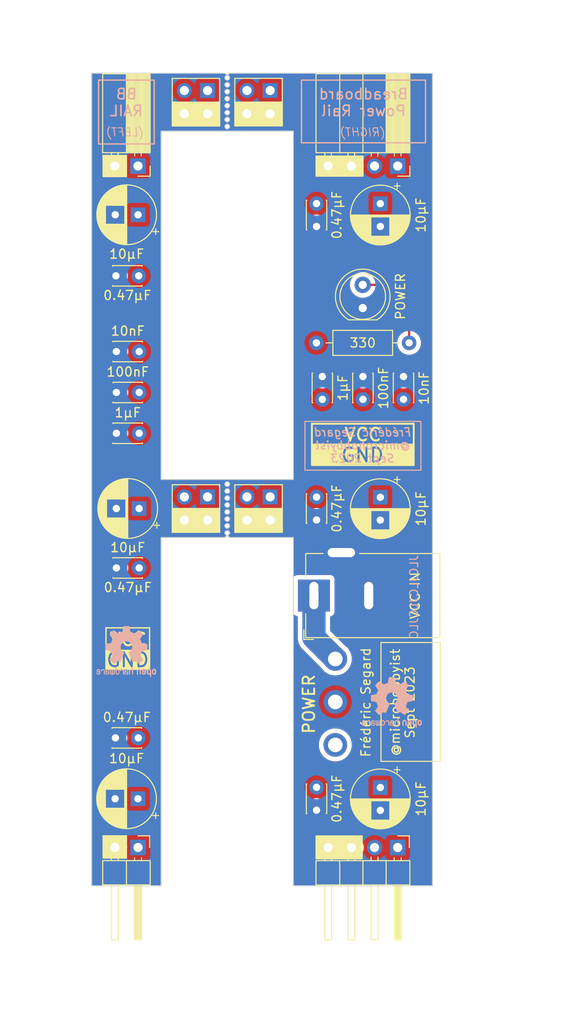
<source format=kicad_pcb>
(kicad_pcb (version 20221018) (generator pcbnew)
  (layers (0 "F.Cu" signal) (31 "B.Cu" signal) (34 "B.Paste" user) (35 "F.Paste" user) (36 "B.SilkS" user "B.Silkscreen") (37 "F.SilkS" user "F.Silkscreen") (38 "B.Mask" user) (39 "F.Mask" user) (44 "Edge.Cuts" user))
  (net 0 "")
  (net 1 "VCC")
  (net 2 "GND")
  (net 3 "Net-(D1-A)")
  (net 5 "/Vin")
  (footprint "Capacitor_THT:CP_Radial_D6.3mm_P2.50mm" (layer "F.Cu") (at 161.925 68.25 -90)
    (fp_text reference "C2" hide)
    (fp_text value "10µF" (at 1.25 -4.445 90) (layer "F.SilkS"))
    (pad "1" thru_hole rect (at 0 0 270) (size 1.6 1.6) (drill 0.8) (layers "*.Cu" "*.Mask") (net 1 "VCC"))
    (pad "2" thru_hole circle (at 2.5 0 270) (size 1.6 1.6) (drill 0.8) (layers "*.Cu" "*.Mask") (net 2 "GND"))
  )
  (footprint "Capacitor_THT:CP_Radial_D6.3mm_P2.50mm" (layer "F.Cu") (at 135.3928 69.469 180)
    (fp_text reference "C10" hide)
    (fp_text value "10µF" (at 1.25 -4.2926) (layer "F.SilkS"))
    (pad "1" thru_hole rect (at 0 0 180) (size 1.6 1.6) (drill 0.8) (layers "*.Cu" "*.Mask") (net 1 "VCC"))
    (pad "2" thru_hole circle (at 2.5 0 180) (size 1.6 1.6) (drill 0.8) (layers "*.Cu" "*.Mask") (net 2 "GND"))
  )
  (footprint "0_Library:Microswitch_4.7mm_spacing" (layer "F.Cu") (at 156.9954 122.7582 -90)
    (fp_text reference "SW1" hide)
    (fp_text value "POWER" (at 0.2413 2.8936 90 unlocked) (layer "F.SilkS") (effects (font (size 1.27 1.27) (thickness 0.2032))))
    (pad "1" thru_hole circle (at -4.7 0 270) (size 2.6 2.6) (drill 1.6) (layers "*.Cu" "*.Mask") (net 5 "/Vin"))
    (pad "2" thru_hole circle (at 0 0 270) (size 2.6 2.6) (drill 1.6) (layers "*.Cu" "*.Mask") (net 1 "VCC"))
    (pad "3" thru_hole circle (at 4.7 0 270) (size 2.6 2.6) (drill 1.6) (layers "*.Cu" "*.Mask"))
  )
  (footprint "Capacitor_THT:C_Disc_D3.0mm_W2.0mm_P2.50mm" (layer "F.Cu") (at 135.5144 108.1024 180)
    (fp_text reference "C14" hide)
    (fp_text value "0.47µF" (at 1.25 -2.1336) (layer "F.SilkS"))
    (pad "1" thru_hole circle (at 0 0 180) (size 1.6 1.6) (drill 0.8) (layers "*.Cu" "*.Mask") (net 1 "VCC"))
    (pad "2" thru_hole circle (at 2.5 0 180) (size 1.6 1.6) (drill 0.8) (layers "*.Cu" "*.Mask") (net 2 "GND"))
  )
  (footprint "Connector_PinSocket_2.54mm:PinSocket_1x02_P2.54mm_Horizontal" (layer "F.Cu") (at 135.382 64.135 -90)
    (fp_text reference "J6" hide)
    (fp_text value "TOP" hide)
    (pad "1" thru_hole rect (at 0 0 270) (size 1.7 1.7) (drill 1) (layers "*.Cu" "*.Mask") (net 1 "VCC"))
    (pad "2" thru_hole oval (at 0 2.54 270) (size 1.7 1.7) (drill 1) (layers "*.Cu" "*.Mask") (net 2 "GND"))
  )
  (footprint "Connector_PinSocket_2.54mm:PinSocket_1x04_P2.54mm_Horizontal" (layer "F.Cu") (at 163.83 64.135 -90)
    (fp_text reference "J5" hide)
    (fp_text value "TOP" hide)
    (pad "1" thru_hole rect (at 0 0 270) (size 1.7 1.7) (drill 1) (layers "*.Cu" "*.Mask") (net 1 "VCC"))
    (pad "2" thru_hole oval (at 0 2.54 270) (size 1.7 1.7) (drill 1) (layers "*.Cu" "*.Mask") (net 1 "VCC"))
    (pad "3" thru_hole oval (at 0 5.08 270) (size 1.7 1.7) (drill 1) (layers "*.Cu" "*.Mask") (net 2 "GND"))
    (pad "4" thru_hole oval (at 0 7.62 270) (size 1.7 1.7) (drill 1) (layers "*.Cu" "*.Mask") (net 2 "GND"))
  )
  (footprint "Capacitor_THT:C_Disc_D3.0mm_W2.0mm_P2.50mm" (layer "F.Cu") (at 135.5144 84.4296 180)
    (fp_text reference "C18" hide)
    (fp_text value "10nF" (at 1.25 2.25) (layer "F.SilkS"))
    (pad "1" thru_hole circle (at 0 0 180) (size 1.6 1.6) (drill 0.8) (layers "*.Cu" "*.Mask") (net 1 "VCC"))
    (pad "2" thru_hole circle (at 2.5 0 180) (size 1.6 1.6) (drill 0.8) (layers "*.Cu" "*.Mask") (net 2 "GND"))
  )
  (footprint "Connector_PinHeader_2.54mm:PinHeader_1x02_P2.54mm_Horizontal" (layer "F.Cu") (at 135.387 138.6778 -90)
    (fp_text reference "J9" hide)
    (fp_text value "BOTTOM" hide)
    (pad "1" thru_hole rect (at 0 0 270) (size 1.7 1.7) (drill 1) (layers "*.Cu" "*.Mask") (net 1 "VCC"))
    (pad "2" thru_hole oval (at 0 2.54 270) (size 1.7 1.7) (drill 1) (layers "*.Cu" "*.Mask") (net 2 "GND"))
  )
  (footprint "Capacitor_THT:C_Disc_D3.0mm_W2.0mm_P2.50mm" (layer "F.Cu") (at 160.02 89.662 90)
    (fp_text reference "C7" hide)
    (fp_text value "100nF" (at 1.25 2.25 90) (layer "F.SilkS"))
    (pad "1" thru_hole circle (at 0 0 90) (size 1.6 1.6) (drill 0.8) (layers "*.Cu" "*.Mask") (net 1 "VCC"))
    (pad "2" thru_hole circle (at 2.5 0 90) (size 1.6 1.6) (drill 0.8) (layers "*.Cu" "*.Mask") (net 2 "GND"))
  )
  (footprint "0_Library:PinHeader_2x2_Vertical (Modified)" (layer "F.Cu") (at 149.86 55.875 -90)
    (fp_text reference "J3" hide)
    (fp_text value "SIDE1" hide)
    (pad "1" thru_hole rect (at 0 0 270) (size 1.635 1.635) (drill 1) (layers "*.Cu" "*.Mask") (net 1 "VCC"))
    (pad "2" thru_hole circle (at 2.54 0 270) (size 1.635 1.635) (drill 1) (layers "*.Cu" "*.Mask") (net 2 "GND"))
    (pad "3" thru_hole circle (at 0 2.54 270) (size 1.635 1.635) (drill 1) (layers "*.Cu" "*.Mask") (net 1 "VCC"))
    (pad "4" thru_hole circle (at 2.54 2.54 270) (size 1.635 1.635) (drill 1) (layers "*.Cu" "*.Mask") (net 2 "GND"))
  )
  (footprint "Capacitor_THT:C_Disc_D3.0mm_W2.0mm_P2.50mm" (layer "F.Cu") (at 135.5144 88.906 180)
    (fp_text reference "C17" hide)
    (fp_text value "100nF" (at 1.25 2.25) (layer "F.SilkS"))
    (pad "1" thru_hole circle (at 0 0 180) (size 1.6 1.6) (drill 0.8) (layers "*.Cu" "*.Mask") (net 1 "VCC"))
    (pad "2" thru_hole circle (at 2.5 0 180) (size 1.6 1.6) (drill 0.8) (layers "*.Cu" "*.Mask") (net 2 "GND"))
  )
  (footprint "Connector_PinHeader_2.54mm:PinHeader_1x04_P2.54mm_Horizontal" (layer "F.Cu") (at 163.83 138.684 -90)
    (fp_text reference "J4" hide)
    (fp_text value "BOTTOM" hide)
    (pad "1" thru_hole rect (at 0 0 270) (size 1.7 1.7) (drill 1) (layers "*.Cu" "*.Mask") (net 1 "VCC"))
    (pad "2" thru_hole oval (at 0 2.54 270) (size 1.7 1.7) (drill 1) (layers "*.Cu" "*.Mask") (net 1 "VCC"))
    (pad "3" thru_hole oval (at 0 5.08 270) (size 1.7 1.7) (drill 1) (layers "*.Cu" "*.Mask") (net 2 "GND"))
    (pad "4" thru_hole oval (at 0 7.62 270) (size 1.7 1.7) (drill 1) (layers "*.Cu" "*.Mask") (net 2 "GND"))
  )
  (footprint "Capacitor_THT:CP_Radial_D6.3mm_P2.50mm" (layer "F.Cu") (at 135.509 101.6 180)
    (fp_text reference "C11" hide)
    (fp_text value "10µF" (at 1.25 -4.2672) (layer "F.SilkS"))
    (pad "1" thru_hole rect (at 0 0 180) (size 1.6 1.6) (drill 0.8) (layers "*.Cu" "*.Mask") (net 1 "VCC"))
    (pad "2" thru_hole circle (at 2.5 0 180) (size 1.6 1.6) (drill 0.8) (layers "*.Cu" "*.Mask") (net 2 "GND"))
  )
  (footprint "Resistor_THT:R_Axial_DIN0207_L6.3mm_D2.5mm_P10.16mm_Horizontal" (layer "F.Cu") (at 154.92 83.48)
    (fp_text reference "R1" hide)
    (fp_text value "330" (at 5.080016 0.005) (layer "F.SilkS"))
    (pad "1" thru_hole circle (at 0 0) (size 1.6 1.6) (drill 0.8) (layers "*.Cu" "*.Mask") (net 1 "VCC"))
    (pad "2" thru_hole oval (at 10.16 0) (size 1.6 1.6) (drill 0.8) (layers "*.Cu" "*.Mask") (net 3 "Net-(D1-A)"))
  )
  (footprint "Capacitor_THT:CP_Radial_D6.3mm_P2.50mm" (layer "F.Cu") (at 135.382 133.35 180)
    (fp_text reference "C12" hide)
    (fp_text value "10µF" (at 1.25 4.4) (layer "F.SilkS"))
    (pad "1" thru_hole rect (at 0 0 180) (size 1.6 1.6) (drill 0.8) (layers "*.Cu" "*.Mask") (net 1 "VCC"))
    (pad "2" thru_hole circle (at 2.5 0 180) (size 1.6 1.6) (drill 0.8) (layers "*.Cu" "*.Mask") (net 2 "GND"))
  )
  (footprint "LED_THT:LED_D5.0mm" (layer "F.Cu") (at 160 79.675 90)
    (fp_text reference "D1" hide)
    (fp_text value "POWER" (at 1.27 4.1275 90) (layer "F.SilkS"))
    (pad "1" thru_hole rect (at 0 0 90) (size 1.8 1.8) (drill 0.9) (layers "*.Cu" "*.Mask") (net 2 "GND"))
    (pad "2" thru_hole circle (at 2.54 0 90) (size 1.8 1.8) (drill 0.9) (layers "*.Cu" "*.Mask") (net 3 "Net-(D1-A)"))
  )
  (footprint "Capacitor_THT:C_Disc_D3.0mm_W2.0mm_P2.50mm" (layer "F.Cu") (at 154.94 132.1 -90)
    (fp_text reference "C6" hide)
    (fp_text value "0.47µF" (at 1.25 -2.2225 90) (layer "F.SilkS"))
    (pad "1" thru_hole circle (at 0 0 270) (size 1.6 1.6) (drill 0.8) (layers "*.Cu" "*.Mask") (net 1 "VCC"))
    (pad "2" thru_hole circle (at 2.5 0 270) (size 1.6 1.6) (drill 0.8) (layers "*.Cu" "*.Mask") (net 2 "GND"))
  )
  (footprint "0_Library:PinHeader_2x2_Vertical (Modified)" (layer "F.Cu") (at 149.86 100.33 -90)
    (fp_text reference "J1" hide)
    (fp_text value "SIDE2" hide)
    (pad "1" thru_hole rect (at 0 0 270) (size 1.635 1.635) (drill 1) (layers "*.Cu" "*.Mask") (net 1 "VCC"))
    (pad "2" thru_hole circle (at 2.54 0 270) (size 1.635 1.635) (drill 1) (layers "*.Cu" "*.Mask") (net 2 "GND"))
    (pad "3" thru_hole circle (at 0 2.54 270) (size 1.635 1.635) (drill 1) (layers "*.Cu" "*.Mask") (net 1 "VCC"))
    (pad "4" thru_hole circle (at 2.54 2.54 270) (size 1.635 1.635) (drill 1) (layers "*.Cu" "*.Mask") (net 2 "GND"))
  )
  (footprint "0_Library:PinHeader_2x2_Vertical (Modified)" (layer "F.Cu") (at 143.002 100.33 -90)
    (fp_text reference "J8" hide)
    (fp_text value "SIDE2" hide)
    (pad "1" thru_hole rect (at 0 0 270) (size 1.635 1.635) (drill 1) (layers "*.Cu" "*.Mask") (net 1 "VCC"))
    (pad "2" thru_hole circle (at 2.54 0 270) (size 1.635 1.635) (drill 1) (layers "*.Cu" "*.Mask") (net 2 "GND"))
    (pad "3" thru_hole circle (at 0 2.54 270) (size 1.635 1.635) (drill 1) (layers "*.Cu" "*.Mask") (net 1 "VCC"))
    (pad "4" thru_hole circle (at 2.54 2.54 270) (size 1.635 1.635) (drill 1) (layers "*.Cu" "*.Mask") (net 2 "GND"))
  )
  (footprint "Capacitor_THT:C_Disc_D3.0mm_W2.0mm_P2.50mm" (layer "F.Cu") (at 154.94 68.25 -90)
    (fp_text reference "C5" hide)
    (fp_text value "0.47µF" (at 1.25 -2.2225 90) (layer "F.SilkS"))
    (pad "1" thru_hole circle (at 0 0 270) (size 1.6 1.6) (drill 0.8) (layers "*.Cu" "*.Mask") (net 1 "VCC"))
    (pad "2" thru_hole circle (at 2.5 0 270) (size 1.6 1.6) (drill 0.8) (layers "*.Cu" "*.Mask") (net 2 "GND"))
  )
  (footprint "Capacitor_THT:C_Disc_D3.0mm_W2.0mm_P2.50mm" (layer "F.Cu") (at 154.94 100.35 -90)
    (fp_text reference "C4" hide)
    (fp_text value "0.47µF" (at 1.25 -2.2225 90) (layer "F.SilkS"))
    (pad "1" thru_hole circle (at 0 0 270) (size 1.6 1.6) (drill 0.8) (layers "*.Cu" "*.Mask") (net 1 "VCC"))
    (pad "2" thru_hole circle (at 2.5 0 270) (size 1.6 1.6) (drill 0.8) (layers "*.Cu" "*.Mask") (net 2 "GND"))
  )
  (footprint "Capacitor_THT:C_Disc_D3.0mm_W2.0mm_P2.50mm" (layer "F.Cu") (at 155.575 89.662 90)
    (fp_text reference "C8" hide)
    (fp_text value "1µF" (at 1.25 2.25 90) (layer "F.SilkS"))
    (pad "1" thru_hole circle (at 0 0 90) (size 1.6 1.6) (drill 0.8) (layers "*.Cu" "*.Mask") (net 1 "VCC"))
    (pad "2" thru_hole circle (at 2.5 0 90) (size 1.6 1.6) (drill 0.8) (layers "*.Cu" "*.Mask") (net 2 "GND"))
  )
  (footprint "Capacitor_THT:C_Disc_D3.0mm_W2.0mm_P2.50mm" (layer "F.Cu") (at 135.4128 126.6952 180)
    (fp_text reference "C15" hide)
    (fp_text value "0.47µF" (at 1.25 2.25) (layer "F.SilkS"))
    (pad "1" thru_hole circle (at 0 0 180) (size 1.6 1.6) (drill 0.8) (layers "*.Cu" "*.Mask") (net 1 "VCC"))
    (pad "2" thru_hole circle (at 2.5 0 180) (size 1.6 1.6) (drill 0.8) (layers "*.Cu" "*.Mask") (net 2 "GND"))
  )
  (footprint "0_Library:PinHeader_2x2_Vertical (Modified)" (layer "F.Cu") (at 143.002 55.88 -90)
    (fp_text reference "J7" hide)
    (fp_text value "SIDE1" hide)
    (pad "1" thru_hole rect (at 0 0 270) (size 1.635 1.635) (drill 1) (layers "*.Cu" "*.Mask") (net 1 "VCC"))
    (pad "2" thru_hole circle (at 2.54 0 270) (size 1.635 1.635) (drill 1) (layers "*.Cu" "*.Mask") (net 2 "GND"))
    (pad "3" thru_hole circle (at 0 2.54 270) (size 1.635 1.635) (drill 1) (layers "*.Cu" "*.Mask") (net 1 "VCC"))
    (pad "4" thru_hole circle (at 2.54 2.54 270) (size 1.635 1.635) (drill 1) (layers "*.Cu" "*.Mask") (net 2 "GND"))
  )
  (footprint "Capacitor_THT:C_Disc_D3.0mm_W2.0mm_P2.50mm" (layer "F.Cu") (at 164.465 89.662 90)
    (fp_text reference "C9" hide)
    (fp_text value "10nF" (at 1.25 2.25 90) (layer "F.SilkS"))
    (pad "1" thru_hole circle (at 0 0 90) (size 1.6 1.6) (drill 0.8) (layers "*.Cu" "*.Mask") (net 1 "VCC"))
    (pad "2" thru_hole circle (at 2.5 0 90) (size 1.6 1.6) (drill 0.8) (layers "*.Cu" "*.Mask") (net 2 "GND"))
  )
  (footprint "Connector_BarrelJack:BarrelJack_Horizontal" (layer "F.Cu") (at 154.655 111.125 180)
    (fp_text reference "J2" hide)
    (fp_text value "VCC IN" (at -11.08 0.005 90) (layer "F.SilkS"))
    (pad "1" thru_hole rect (at 0 0 180) (size 3.5 3.5) (drill oval 1 3) (layers "*.Cu" "*.Mask") (net 5 "/Vin"))
    (pad "2" thru_hole roundrect (at -6 0 180) (size 3 3.5) (drill oval 1 3) (layers "*.Cu" "*.Mask") (net 2 "GND"))
    (pad "3" thru_hole roundrect (at -3 4.7 180) (size 3.5 3.5) (drill oval 3 1) (layers "*.Cu" "*.Mask") (net 2 "GND"))
  )
  (footprint "Capacitor_THT:CP_Radial_D6.3mm_P2.50mm" (layer "F.Cu") (at 161.925 132.12 -90)
    (fp_text reference "C3" hide)
    (fp_text value "10µF" (at 1.25 -4.445 90) (layer "F.SilkS"))
    (pad "1" thru_hole rect (at 0 0 270) (size 1.6 1.6) (drill 0.8) (layers "*.Cu" "*.Mask") (net 1 "VCC"))
    (pad "2" thru_hole circle (at 2.5 0 270) (size 1.6 1.6) (drill 0.8) (layers "*.Cu" "*.Mask") (net 2 "GND"))
  )
  (footprint "Capacitor_THT:CP_Radial_D6.3mm_P2.50mm" (layer "F.Cu") (at 161.925 100.37 -90)
    (fp_text reference "C1" hide)
    (fp_text value "10µF" (at 1.25 -4.445 90) (layer "F.SilkS"))
    (pad "1" thru_hole rect (at 0 0 270) (size 1.6 1.6) (drill 0.8) (layers "*.Cu" "*.Mask") (net 1 "VCC"))
    (pad "2" thru_hole circle (at 2.5 0 270) (size 1.6 1.6) (drill 0.8) (layers "*.Cu" "*.Mask") (net 2 "GND"))
  )
  (footprint "Capacitor_THT:C_Disc_D3.0mm_W2.0mm_P2.50mm" (layer "F.Cu") (at 135.5144 93.3704 180)
    (fp_text reference "C16" hide)
    (fp_text value "1µF" (at 1.25 2.25) (layer "F.SilkS"))
    (pad "1" thru_hole circle (at 0 0 180) (size 1.6 1.6) (drill 0.8) (layers "*.Cu" "*.Mask") (net 1 "VCC"))
    (pad "2" thru_hole circle (at 2.5 0 180) (size 1.6 1.6) (drill 0.8) (layers "*.Cu" "*.Mask") (net 2 "GND"))
  )
  (footprint "Capacitor_THT:C_Disc_D3.0mm_W2.0mm_P2.50mm" (layer "F.Cu") (at 135.4636 76.1492 180)
    (fp_text reference "C13" hide)
    (fp_text value "0.47µF" (at 1.25 -2.1336) (layer "F.SilkS"))
    (pad "1" thru_hole circle (at 0 0 180) (size 1.6 1.6) (drill 0.8) (layers "*.Cu" "*.Mask") (net 1 "VCC"))
    (pad "2" thru_hole circle (at 2.5 0 180) (size 1.6 1.6) (drill 0.8) (layers "*.Cu" "*.Mask") (net 2 "GND"))
  )
  (footprint "Symbol:OSHW-Logo2_7.3x6mm_SilkScreen" (layer "B.Cu") (at 134.112 117.221 180)
    (fp_text reference "REF**" hide)
    (fp_text value "OSHW-Logo2_7.3x6mm_SilkScreen" hide)
  )
  (footprint "Symbol:OSHW-Logo2_7.3x6mm_SilkScreen" (layer "B.Cu") (at 163.195 122.809 180)
    (fp_text reference "REF**" hide)
    (fp_text value "OSHW-Logo2_7.3x6mm_SilkScreen" hide)
  )
  (gr_rect (start 131.8768 114.6556) (end 136.652 119.1768) (stroke (width 0.15)) (fill none) (layer "F.SilkS"))
  (gr_rect (start 154.432 92.329) (end 165.5826 96.8502) (stroke (width 0.2032)) (fill none) (layer "F.SilkS"))
  (gr_line (start 165.5826 94.5896) (end 154.432 94.5896) (stroke (width 0.15)) (layer "F.SilkS"))
  (gr_rect (start 139.132 101.6) (end 144.3228 104.2) (stroke (width 0.127)) (fill solid) (layer "F.SilkS"))
  (gr_rect (start 139.132 57.15) (end 144.3228 59.75) (stroke (width 0.127)) (fill solid) (layer "F.SilkS"))
  (gr_rect (start 131.572 62.992) (end 134.112 65.278) (stroke (width 0.15)) (fill solid) (layer "F.SilkS"))
  (gr_rect (start 145.9946 101.6) (end 151.1854 104.2) (stroke (width 0.127)) (fill solid) (layer "F.SilkS"))
  (gr_rect (start 154.8892 137.414) (end 159.9368 139.9216) (stroke (width 0.127)) (fill solid) (layer "F.SilkS"))
  (gr_rect (start 131.572 137.414) (end 134.112 139.827) (stroke (width 0.15)) (fill solid) (layer "F.SilkS"))
  (gr_rect (start 162.306 94.5896) (end 165.5826 96.8502) (stroke (width 0.15)) (fill solid) (layer "F.SilkS"))
  (gr_rect (start 154.432 94.5896) (end 157.6578 96.8502) (stroke (width 0.15)) (fill solid) (layer "F.SilkS"))
  (gr_rect (start 145.9946 57.145) (end 151.1854 59.745) (stroke (width 0.127)) (fill solid) (layer "F.SilkS"))
  (gr_rect (start 154.8892 63.0514) (end 160.0292 65.245) (stroke (width 0.127)) (fill solid) (layer "F.SilkS"))
  (gr_line (start 137.922 142.875) (end 137.922 104.775) (stroke (width 0.1)) (layer "Edge.Cuts"))
  (gr_line (start 130.302 142.875) (end 130.302 53.975) (stroke (width 0.1)) (layer "Edge.Cuts"))
  (gr_line (start 152.4 142.875) (end 152.4 104.775) (stroke (width 0.1)) (layer "Edge.Cuts"))
  (gr_line (start 137.922 98.425) (end 137.922 60.325) (stroke (width 0.1)) (layer "Edge.Cuts"))
  (gr_circle (center 145.161 104.267) (end 145.415 104.267) (stroke (width 0.1)) (fill none) (layer "Edge.Cuts"))
  (gr_circle (center 145.161 103.505) (end 145.415 103.505) (stroke (width 0.1)) (fill none) (layer "Edge.Cuts"))
  (gr_circle (center 145.161 100.457) (end 145.415 100.457) (stroke (width 0.1)) (fill none) (layer "Edge.Cuts"))
  (gr_circle (center 145.161 58.293) (end 145.415 58.293) (stroke (width 0.1)) (fill none) (layer "Edge.Cuts"))
  (gr_circle (center 145.161 54.483) (end 145.415 54.483) (stroke (width 0.1)) (fill none) (layer "Edge.Cuts"))
  (gr_line (start 152.4 98.425) (end 152.4 60.325) (stroke (width 0.1)) (layer "Edge.Cuts"))
  (gr_line (start 152.4 142.875) (end 167.64 142.875) (stroke (width 0.1)) (layer "Edge.Cuts"))
  (gr_circle (center 145.161 101.219) (end 145.415 101.219) (stroke (width 0.1)) (fill none) (layer "Edge.Cuts"))
  (gr_circle (center 145.161 55.245) (end 145.415 55.245) (stroke (width 0.1)) (fill none) (layer "Edge.Cuts"))
  (gr_line (start 144.907 53.975) (end 145.161 54.229) (stroke (width 0.1)) (layer "Edge.Cuts"))
  (gr_circle (center 145.161 98.933) (end 145.415 98.933) (stroke (width 0.1)) (fill none) (layer "Edge.Cuts"))
  (gr_line (start 144.907 104.775) (end 145.161 104.521) (stroke (width 0.1)) (layer "Edge.Cuts"))
  (gr_line (start 152.4 104.775) (end 145.415 104.775) (stroke (width 0.1)) (layer "Edge.Cuts"))
  (gr_circle (center 145.161 56.007) (end 145.415 56.007) (stroke (width 0.1)) (fill none) (layer "Edge.Cuts"))
  (gr_line (start 152.4 60.325) (end 137.922 60.325) (stroke (width 0.1)) (layer "Edge.Cuts"))
  (gr_line (start 137.922 98.425) (end 152.4 98.425) (stroke (width 0.1)) (layer "Edge.Cuts"))
  (gr_line (start 145.415 53.975) (end 167.64 53.975) (stroke (width 0.1)) (layer "Edge.Cuts"))
  (gr_circle (center 145.161 101.981) (end 145.415 101.981) (stroke (width 0.1)) (fill none) (layer "Edge.Cuts"))
  (gr_circle (center 145.161 99.695) (end 145.415 99.695) (stroke (width 0.1)) (fill none) (layer "Edge.Cuts"))
  (gr_line (start 137.922 142.875) (end 130.302 142.875) (stroke (width 0.1)) (layer "Edge.Cuts"))
  (gr_line (start 145.415 104.775) (end 145.161 104.521) (stroke (width 0.1)) (layer "Edge.Cuts"))
  (gr_line (start 144.907 104.775) (end 137.922 104.775) (stroke (width 0.1)) (layer "Edge.Cuts"))
  (gr_line (start 145.415 53.975) (end 145.161 54.229) (stroke (width 0.1)) (layer "Edge.Cuts"))
  (gr_circle (center 145.161 56.769) (end 145.415 56.769) (stroke (width 0.1)) (fill none) (layer "Edge.Cuts"))
  (gr_line (start 167.64 142.875) (end 167.64 53.975) (stroke (width 0.1)) (layer "Edge.Cuts"))
  (gr_circle (center 145.161 57.531) (end 145.415 57.531) (stroke (width 0.1)) (fill none) (layer "Edge.Cuts"))
  (gr_circle (center 145.161 59.055) (end 145.415 59.055) (stroke (width 0.1)) (fill none) (layer "Edge.Cuts"))
  (gr_line (start 144.907 53.975) (end 130.302 53.975) (stroke (width 0.1)) (layer "Edge.Cuts"))
  (gr_circle (center 145.161 59.817) (end 145.415 59.817) (stroke (width 0.1)) (fill none) (layer "Edge.Cuts"))
  (gr_circle (center 145.161 102.743) (end 145.415 102.743) (stroke (width 0.1)) (fill none) (layer "Edge.Cuts"))
  (gr_text "(RIGHT)" (at 160.02 60.96) (layer "B.SilkS") (effects (font (size 0.889 0.889) (thickness 0.111125) italic) (justify bottom mirror)))
  (gr_text "JLCJLCJLCJLC" (at 165.608 111.252 90) (layer "B.SilkS") (effects (font (size 0.889 0.889) (thickness 0.127) bold) (justify mirror)))
  (gr_text "(LEFT)" (at 133.985 60.96) (layer "B.SilkS") (effects (font (size 0.889 0.889) (thickness 0.111125) italic) (justify bottom mirror)))
  (gr_text "GND" (at 159.9692 95.758) (layer "F.SilkS" knockout) (effects (font (size 1.524 1.524) (thickness 0.2286) bold)))
  (gr_text "GND" (at 134.2644 118.1608) (layer "F.SilkS" knockout) (effects (font (size 1.524 1.524) (thickness 0.2286) bold)))
  (gr_text "VCC" (at 134.3152 115.9256) (layer "F.SilkS") (effects (font (size 1.397 1.397) (thickness 0.2286))))
  (gr_text "VCC" (at 160.02 93.5228) (layer "F.SilkS") (effects (font (size 1.397 1.397) (thickness 0.2286))))
  (gr_text_box "Frédéric Segard\n@microhobbyist\nSept 2023" (start 153.67 92.075) (end 166.37 97.409) (layer "B.SilkS") (effects (font (size 0.889 0.889) (thickness 0.15) italic) (justify top mirror)) (stroke (width 0.127)))
  (gr_text_box "Breadboard\nPower Rail\n" (start 153.289 54.737) (end 166.878 61.595) (layer "B.SilkS") (effects (font (size 1.143 1.143) (thickness 0.1778)) (justify top mirror)) (stroke (width 0.15)))
  (gr_text_box "BB\nRAIL" (start 131.064 54.737) (end 137.16 61.722) (layer "B.SilkS") (effects (font (size 1.143 1.143) (thickness 0.1778)) (justify top mirror)) (stroke (width 0.15)))
  (gr_text_box "Frédéric Segard\n\n@microbobbyist\nSept 2023" (start 159.004 129.8067) (end 166.37 115.8113) (angle 90) (layer "F.SilkS") (effects (font (size 1 1)) (justify top)))
  (segment (start 161.463 77.135) (end 160 77.135) (width 0.254) (layer "F.Cu") (net 3))
  (segment (start 165.08 80.752) (end 161.463 77.135) (width 0.254) (layer "F.Cu") (net 3))
  (segment (start 165.08 83.48) (end 165.08 80.752) (width 0.254) (layer "F.Cu") (net 3))
  (segment (start 154.655 115.7178) (end 156.9954 118.0582) (width 2.54) (layer "F.Cu") (net 5))
  (segment (start 154.655 111.125) (end 154.655 115.7178) (width 2.54) (layer "F.Cu") (net 5))
  (segment (start 154.655 115.7178) (end 156.9954 118.0582) (width 2.54) (layer "B.Cu") (net 5))
  (segment (start 154.655 111.125) (end 154.655 115.7178) (width 2.54) (layer "B.Cu") (net 5))
  (zone (net 1) (net_name "VCC") (layer "F.Cu") (connect_pads yes (clearance 0.5)) (min_thickness 0.25) (fill yes (thermal_gap 0.5) (thermal_bridge_width 0.5))
    (polygon (pts (xy 178.054 46.482) (xy 178.562 46.99) (xy 178.562 154.178) (xy 135.382 154.178) (xy 123.952 154.178) (xy 123.952 46.172044) (xy 172.72 46.482)))
  )
  (zone (net 2) (net_name "GND") (layer "B.Cu") (priority 1) (connect_pads yes (clearance 0.5)) (min_thickness 0.25) (fill yes (thermal_gap 0.5) (thermal_bridge_width 0.5))
    (polygon (pts (xy 122.174 45.974) (xy 180.34 45.974) (xy 182.372 48.006) (xy 182.372 157.48) (xy 181.864 157.988) (xy 123.952 157.988) (xy 120.269 157.988) (xy 120.269 45.974)))
  )
)
</source>
